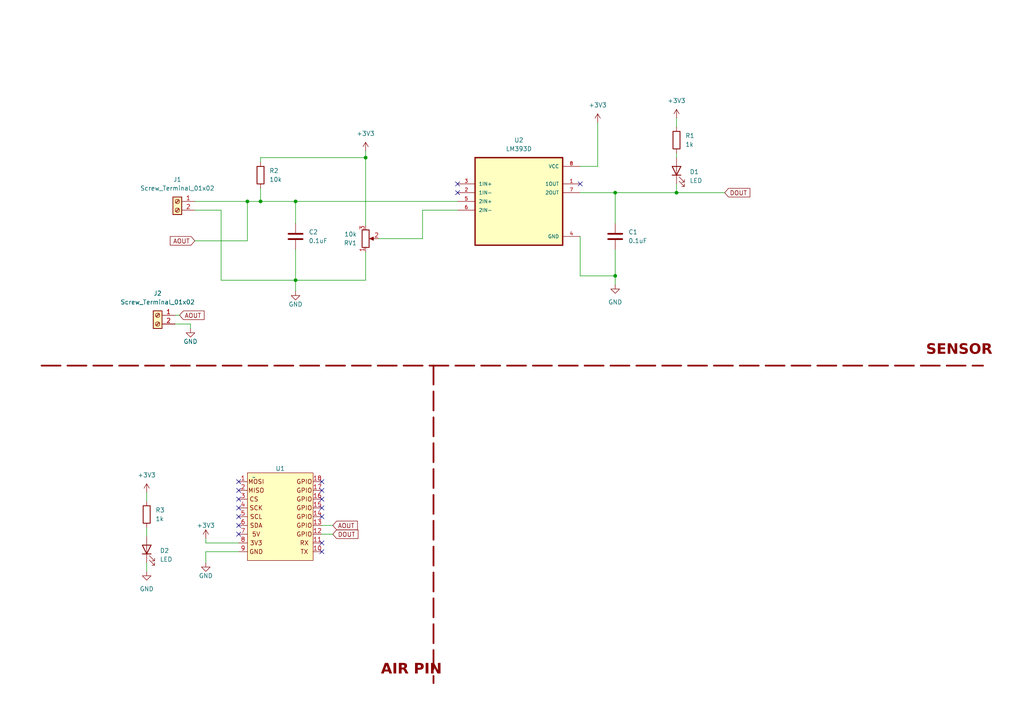
<source format=kicad_sch>
(kicad_sch (version 20230121) (generator eeschema)

  (uuid 1c686652-f36b-407c-92e0-a18882bb32d2)

  (paper "A4")

  (lib_symbols
    (symbol "Connector:Screw_Terminal_01x02" (pin_names (offset 1.016) hide) (in_bom yes) (on_board yes)
      (property "Reference" "J" (at 0 2.54 0)
        (effects (font (size 1.27 1.27)))
      )
      (property "Value" "Screw_Terminal_01x02" (at 0 -5.08 0)
        (effects (font (size 1.27 1.27)))
      )
      (property "Footprint" "" (at 0 0 0)
        (effects (font (size 1.27 1.27)) hide)
      )
      (property "Datasheet" "~" (at 0 0 0)
        (effects (font (size 1.27 1.27)) hide)
      )
      (property "ki_keywords" "screw terminal" (at 0 0 0)
        (effects (font (size 1.27 1.27)) hide)
      )
      (property "ki_description" "Generic screw terminal, single row, 01x02, script generated (kicad-library-utils/schlib/autogen/connector/)" (at 0 0 0)
        (effects (font (size 1.27 1.27)) hide)
      )
      (property "ki_fp_filters" "TerminalBlock*:*" (at 0 0 0)
        (effects (font (size 1.27 1.27)) hide)
      )
      (symbol "Screw_Terminal_01x02_1_1"
        (rectangle (start -1.27 1.27) (end 1.27 -3.81)
          (stroke (width 0.254) (type default))
          (fill (type background))
        )
        (circle (center 0 -2.54) (radius 0.635)
          (stroke (width 0.1524) (type default))
          (fill (type none))
        )
        (polyline
          (pts
            (xy -0.5334 -2.2098)
            (xy 0.3302 -3.048)
          )
          (stroke (width 0.1524) (type default))
          (fill (type none))
        )
        (polyline
          (pts
            (xy -0.5334 0.3302)
            (xy 0.3302 -0.508)
          )
          (stroke (width 0.1524) (type default))
          (fill (type none))
        )
        (polyline
          (pts
            (xy -0.3556 -2.032)
            (xy 0.508 -2.8702)
          )
          (stroke (width 0.1524) (type default))
          (fill (type none))
        )
        (polyline
          (pts
            (xy -0.3556 0.508)
            (xy 0.508 -0.3302)
          )
          (stroke (width 0.1524) (type default))
          (fill (type none))
        )
        (circle (center 0 0) (radius 0.635)
          (stroke (width 0.1524) (type default))
          (fill (type none))
        )
        (pin passive line (at -5.08 0 0) (length 3.81)
          (name "Pin_1" (effects (font (size 1.27 1.27))))
          (number "1" (effects (font (size 1.27 1.27))))
        )
        (pin passive line (at -5.08 -2.54 0) (length 3.81)
          (name "Pin_2" (effects (font (size 1.27 1.27))))
          (number "2" (effects (font (size 1.27 1.27))))
        )
      )
    )
    (symbol "Device:C" (pin_numbers hide) (pin_names (offset 0.254)) (in_bom yes) (on_board yes)
      (property "Reference" "C" (at 0.635 2.54 0)
        (effects (font (size 1.27 1.27)) (justify left))
      )
      (property "Value" "C" (at 0.635 -2.54 0)
        (effects (font (size 1.27 1.27)) (justify left))
      )
      (property "Footprint" "" (at 0.9652 -3.81 0)
        (effects (font (size 1.27 1.27)) hide)
      )
      (property "Datasheet" "~" (at 0 0 0)
        (effects (font (size 1.27 1.27)) hide)
      )
      (property "ki_keywords" "cap capacitor" (at 0 0 0)
        (effects (font (size 1.27 1.27)) hide)
      )
      (property "ki_description" "Unpolarized capacitor" (at 0 0 0)
        (effects (font (size 1.27 1.27)) hide)
      )
      (property "ki_fp_filters" "C_*" (at 0 0 0)
        (effects (font (size 1.27 1.27)) hide)
      )
      (symbol "C_0_1"
        (polyline
          (pts
            (xy -2.032 -0.762)
            (xy 2.032 -0.762)
          )
          (stroke (width 0.508) (type default))
          (fill (type none))
        )
        (polyline
          (pts
            (xy -2.032 0.762)
            (xy 2.032 0.762)
          )
          (stroke (width 0.508) (type default))
          (fill (type none))
        )
      )
      (symbol "C_1_1"
        (pin passive line (at 0 3.81 270) (length 2.794)
          (name "~" (effects (font (size 1.27 1.27))))
          (number "1" (effects (font (size 1.27 1.27))))
        )
        (pin passive line (at 0 -3.81 90) (length 2.794)
          (name "~" (effects (font (size 1.27 1.27))))
          (number "2" (effects (font (size 1.27 1.27))))
        )
      )
    )
    (symbol "Device:LED" (pin_numbers hide) (pin_names (offset 1.016) hide) (in_bom yes) (on_board yes)
      (property "Reference" "D" (at 0 2.54 0)
        (effects (font (size 1.27 1.27)))
      )
      (property "Value" "LED" (at 0 -2.54 0)
        (effects (font (size 1.27 1.27)))
      )
      (property "Footprint" "" (at 0 0 0)
        (effects (font (size 1.27 1.27)) hide)
      )
      (property "Datasheet" "~" (at 0 0 0)
        (effects (font (size 1.27 1.27)) hide)
      )
      (property "ki_keywords" "LED diode" (at 0 0 0)
        (effects (font (size 1.27 1.27)) hide)
      )
      (property "ki_description" "Light emitting diode" (at 0 0 0)
        (effects (font (size 1.27 1.27)) hide)
      )
      (property "ki_fp_filters" "LED* LED_SMD:* LED_THT:*" (at 0 0 0)
        (effects (font (size 1.27 1.27)) hide)
      )
      (symbol "LED_0_1"
        (polyline
          (pts
            (xy -1.27 -1.27)
            (xy -1.27 1.27)
          )
          (stroke (width 0.254) (type default))
          (fill (type none))
        )
        (polyline
          (pts
            (xy -1.27 0)
            (xy 1.27 0)
          )
          (stroke (width 0) (type default))
          (fill (type none))
        )
        (polyline
          (pts
            (xy 1.27 -1.27)
            (xy 1.27 1.27)
            (xy -1.27 0)
            (xy 1.27 -1.27)
          )
          (stroke (width 0.254) (type default))
          (fill (type none))
        )
        (polyline
          (pts
            (xy -3.048 -0.762)
            (xy -4.572 -2.286)
            (xy -3.81 -2.286)
            (xy -4.572 -2.286)
            (xy -4.572 -1.524)
          )
          (stroke (width 0) (type default))
          (fill (type none))
        )
        (polyline
          (pts
            (xy -1.778 -0.762)
            (xy -3.302 -2.286)
            (xy -2.54 -2.286)
            (xy -3.302 -2.286)
            (xy -3.302 -1.524)
          )
          (stroke (width 0) (type default))
          (fill (type none))
        )
      )
      (symbol "LED_1_1"
        (pin passive line (at -3.81 0 0) (length 2.54)
          (name "K" (effects (font (size 1.27 1.27))))
          (number "1" (effects (font (size 1.27 1.27))))
        )
        (pin passive line (at 3.81 0 180) (length 2.54)
          (name "A" (effects (font (size 1.27 1.27))))
          (number "2" (effects (font (size 1.27 1.27))))
        )
      )
    )
    (symbol "Device:R" (pin_numbers hide) (pin_names (offset 0)) (in_bom yes) (on_board yes)
      (property "Reference" "R" (at 2.032 0 90)
        (effects (font (size 1.27 1.27)))
      )
      (property "Value" "R" (at 0 0 90)
        (effects (font (size 1.27 1.27)))
      )
      (property "Footprint" "" (at -1.778 0 90)
        (effects (font (size 1.27 1.27)) hide)
      )
      (property "Datasheet" "~" (at 0 0 0)
        (effects (font (size 1.27 1.27)) hide)
      )
      (property "ki_keywords" "R res resistor" (at 0 0 0)
        (effects (font (size 1.27 1.27)) hide)
      )
      (property "ki_description" "Resistor" (at 0 0 0)
        (effects (font (size 1.27 1.27)) hide)
      )
      (property "ki_fp_filters" "R_*" (at 0 0 0)
        (effects (font (size 1.27 1.27)) hide)
      )
      (symbol "R_0_1"
        (rectangle (start -1.016 -2.54) (end 1.016 2.54)
          (stroke (width 0.254) (type default))
          (fill (type none))
        )
      )
      (symbol "R_1_1"
        (pin passive line (at 0 3.81 270) (length 1.27)
          (name "~" (effects (font (size 1.27 1.27))))
          (number "1" (effects (font (size 1.27 1.27))))
        )
        (pin passive line (at 0 -3.81 90) (length 1.27)
          (name "~" (effects (font (size 1.27 1.27))))
          (number "2" (effects (font (size 1.27 1.27))))
        )
      )
    )
    (symbol "Device:R_Potentiometer" (pin_names (offset 1.016) hide) (in_bom yes) (on_board yes)
      (property "Reference" "RV" (at -4.445 0 90)
        (effects (font (size 1.27 1.27)))
      )
      (property "Value" "R_Potentiometer" (at -2.54 0 90)
        (effects (font (size 1.27 1.27)))
      )
      (property "Footprint" "" (at 0 0 0)
        (effects (font (size 1.27 1.27)) hide)
      )
      (property "Datasheet" "~" (at 0 0 0)
        (effects (font (size 1.27 1.27)) hide)
      )
      (property "ki_keywords" "resistor variable" (at 0 0 0)
        (effects (font (size 1.27 1.27)) hide)
      )
      (property "ki_description" "Potentiometer" (at 0 0 0)
        (effects (font (size 1.27 1.27)) hide)
      )
      (property "ki_fp_filters" "Potentiometer*" (at 0 0 0)
        (effects (font (size 1.27 1.27)) hide)
      )
      (symbol "R_Potentiometer_0_1"
        (polyline
          (pts
            (xy 2.54 0)
            (xy 1.524 0)
          )
          (stroke (width 0) (type default))
          (fill (type none))
        )
        (polyline
          (pts
            (xy 1.143 0)
            (xy 2.286 0.508)
            (xy 2.286 -0.508)
            (xy 1.143 0)
          )
          (stroke (width 0) (type default))
          (fill (type outline))
        )
        (rectangle (start 1.016 2.54) (end -1.016 -2.54)
          (stroke (width 0.254) (type default))
          (fill (type none))
        )
      )
      (symbol "R_Potentiometer_1_1"
        (pin passive line (at 0 3.81 270) (length 1.27)
          (name "1" (effects (font (size 1.27 1.27))))
          (number "1" (effects (font (size 1.27 1.27))))
        )
        (pin passive line (at 3.81 0 180) (length 1.27)
          (name "2" (effects (font (size 1.27 1.27))))
          (number "2" (effects (font (size 1.27 1.27))))
        )
        (pin passive line (at 0 -3.81 90) (length 1.27)
          (name "3" (effects (font (size 1.27 1.27))))
          (number "3" (effects (font (size 1.27 1.27))))
        )
      )
    )
    (symbol "LM393D:LM393D" (pin_names (offset 1.016)) (in_bom yes) (on_board yes)
      (property "Reference" "U" (at -12.7 13.7 0)
        (effects (font (size 1.27 1.27)) (justify left bottom))
      )
      (property "Value" "LM393D" (at -12.7 -16.7 0)
        (effects (font (size 1.27 1.27)) (justify left bottom))
      )
      (property "Footprint" "SOIC127P599X175-8N" (at 0 0 0)
        (effects (font (size 1.27 1.27)) (justify bottom) hide)
      )
      (property "Datasheet" "" (at 0 0 0)
        (effects (font (size 1.27 1.27)) hide)
      )
      (symbol "LM393D_0_0"
        (rectangle (start -12.7 -12.7) (end 12.7 12.7)
          (stroke (width 0.41) (type default))
          (fill (type background))
        )
        (pin output line (at 17.78 5.08 180) (length 5.08)
          (name "1OUT" (effects (font (size 1.016 1.016))))
          (number "1" (effects (font (size 1.016 1.016))))
        )
        (pin input line (at -17.78 2.54 0) (length 5.08)
          (name "1IN-" (effects (font (size 1.016 1.016))))
          (number "2" (effects (font (size 1.016 1.016))))
        )
        (pin input line (at -17.78 5.08 0) (length 5.08)
          (name "1IN+" (effects (font (size 1.016 1.016))))
          (number "3" (effects (font (size 1.016 1.016))))
        )
        (pin power_in line (at 17.78 -10.16 180) (length 5.08)
          (name "GND" (effects (font (size 1.016 1.016))))
          (number "4" (effects (font (size 1.016 1.016))))
        )
        (pin input line (at -17.78 0 0) (length 5.08)
          (name "2IN+" (effects (font (size 1.016 1.016))))
          (number "5" (effects (font (size 1.016 1.016))))
        )
        (pin input line (at -17.78 -2.54 0) (length 5.08)
          (name "2IN-" (effects (font (size 1.016 1.016))))
          (number "6" (effects (font (size 1.016 1.016))))
        )
        (pin output line (at 17.78 2.54 180) (length 5.08)
          (name "2OUT" (effects (font (size 1.016 1.016))))
          (number "7" (effects (font (size 1.016 1.016))))
        )
        (pin power_in line (at 17.78 10.16 180) (length 5.08)
          (name "VCC" (effects (font (size 1.016 1.016))))
          (number "8" (effects (font (size 1.016 1.016))))
        )
      )
    )
    (symbol "moduler_pin:air" (in_bom yes) (on_board yes)
      (property "Reference" "U" (at 7.62 2.54 0)
        (effects (font (size 1.27 1.27)))
      )
      (property "Value" "" (at 0 0 0)
        (effects (font (size 1.27 1.27)))
      )
      (property "Footprint" "" (at 0 0 0)
        (effects (font (size 1.27 1.27)) hide)
      )
      (property "Datasheet" "" (at 0 0 0)
        (effects (font (size 1.27 1.27)) hide)
      )
      (symbol "air_1_1"
        (rectangle (start -1.905 1.27) (end 17.145 -24.13)
          (stroke (width 0) (type default))
          (fill (type background))
        )
        (text "3V3" (at 0.635 -19.05 0)
          (effects (font (size 1.27 1.27)))
        )
        (text "5V" (at 0.635 -16.51 0)
          (effects (font (size 1.27 1.27)))
        )
        (text "CS" (at 0 -6.35 0)
          (effects (font (size 1.27 1.27)))
        )
        (text "GND" (at 0.635 -21.59 0)
          (effects (font (size 1.27 1.27)))
        )
        (text "GPIO" (at 14.605 -16.51 0)
          (effects (font (size 1.27 1.27)))
        )
        (text "GPIO" (at 14.605 -13.97 0)
          (effects (font (size 1.27 1.27)))
        )
        (text "GPIO" (at 14.605 -11.43 0)
          (effects (font (size 1.27 1.27)))
        )
        (text "GPIO" (at 14.605 -8.89 0)
          (effects (font (size 1.27 1.27)))
        )
        (text "GPIO" (at 14.605 -6.35 0)
          (effects (font (size 1.27 1.27)))
        )
        (text "GPIO" (at 14.605 -3.81 0)
          (effects (font (size 1.27 1.27)))
        )
        (text "GPIO" (at 14.605 -1.27 0)
          (effects (font (size 1.27 1.27)))
        )
        (text "MISO" (at 0.635 -3.81 0)
          (effects (font (size 1.27 1.27)))
        )
        (text "MOSI" (at 0.635 -1.27 0)
          (effects (font (size 1.27 1.27)))
        )
        (text "RX" (at 14.605 -19.05 0)
          (effects (font (size 1.27 1.27)))
        )
        (text "SCK" (at 0.635 -8.89 0)
          (effects (font (size 1.27 1.27)))
        )
        (text "SCL" (at 0.635 -11.43 0)
          (effects (font (size 1.27 1.27)))
        )
        (text "SDA" (at 0.635 -13.97 0)
          (effects (font (size 1.27 1.27)))
        )
        (text "TX" (at 14.605 -21.59 0)
          (effects (font (size 1.27 1.27)))
        )
        (pin input line (at -4.445 -1.27 0) (length 2.54)
          (name "" (effects (font (size 1.27 1.27))))
          (number "1" (effects (font (size 1.27 1.27))))
        )
        (pin input line (at 19.685 -21.59 180) (length 2.54)
          (name "" (effects (font (size 1.27 1.27))))
          (number "10" (effects (font (size 1.27 1.27))))
        )
        (pin input line (at 19.685 -19.05 180) (length 2.54)
          (name "" (effects (font (size 1.27 1.27))))
          (number "11" (effects (font (size 1.27 1.27))))
        )
        (pin input line (at 19.685 -16.51 180) (length 2.54)
          (name "" (effects (font (size 1.27 1.27))))
          (number "12" (effects (font (size 1.27 1.27))))
        )
        (pin input line (at 19.685 -13.97 180) (length 2.54)
          (name "" (effects (font (size 1.27 1.27))))
          (number "13" (effects (font (size 1.27 1.27))))
        )
        (pin input line (at 19.685 -11.43 180) (length 2.54)
          (name "" (effects (font (size 1.27 1.27))))
          (number "14" (effects (font (size 1.27 1.27))))
        )
        (pin input line (at 19.685 -8.89 180) (length 2.54)
          (name "" (effects (font (size 1.27 1.27))))
          (number "15" (effects (font (size 1.27 1.27))))
        )
        (pin input line (at 19.685 -6.35 180) (length 2.54)
          (name "" (effects (font (size 1.27 1.27))))
          (number "16" (effects (font (size 1.27 1.27))))
        )
        (pin input line (at 19.685 -3.81 180) (length 2.54)
          (name "" (effects (font (size 1.27 1.27))))
          (number "17" (effects (font (size 1.27 1.27))))
        )
        (pin input line (at 19.685 -1.27 180) (length 2.54)
          (name "" (effects (font (size 1.27 1.27))))
          (number "18" (effects (font (size 1.27 1.27))))
        )
        (pin input line (at -4.445 -3.81 0) (length 2.54)
          (name "" (effects (font (size 1.27 1.27))))
          (number "2" (effects (font (size 1.27 1.27))))
        )
        (pin input line (at -4.445 -6.35 0) (length 2.54)
          (name "" (effects (font (size 1.27 1.27))))
          (number "3" (effects (font (size 1.27 1.27))))
        )
        (pin input line (at -4.445 -8.89 0) (length 2.54)
          (name "" (effects (font (size 1.27 1.27))))
          (number "4" (effects (font (size 1.27 1.27))))
        )
        (pin input line (at -4.445 -11.43 0) (length 2.54)
          (name "" (effects (font (size 1.27 1.27))))
          (number "5" (effects (font (size 1.27 1.27))))
        )
        (pin input line (at -4.445 -13.97 0) (length 2.54)
          (name "" (effects (font (size 1.27 1.27))))
          (number "6" (effects (font (size 1.27 1.27))))
        )
        (pin input line (at -4.445 -16.51 0) (length 2.54)
          (name "" (effects (font (size 1.27 1.27))))
          (number "7" (effects (font (size 1.27 1.27))))
        )
        (pin input line (at -4.445 -19.05 0) (length 2.54)
          (name "" (effects (font (size 1.27 1.27))))
          (number "8" (effects (font (size 1.27 1.27))))
        )
        (pin input line (at -4.445 -21.59 0) (length 2.54)
          (name "" (effects (font (size 1.27 1.27))))
          (number "9" (effects (font (size 1.27 1.27))))
        )
      )
    )
    (symbol "power:+3V3" (power) (pin_names (offset 0)) (in_bom yes) (on_board yes)
      (property "Reference" "#PWR" (at 0 -3.81 0)
        (effects (font (size 1.27 1.27)) hide)
      )
      (property "Value" "+3V3" (at 0 3.556 0)
        (effects (font (size 1.27 1.27)))
      )
      (property "Footprint" "" (at 0 0 0)
        (effects (font (size 1.27 1.27)) hide)
      )
      (property "Datasheet" "" (at 0 0 0)
        (effects (font (size 1.27 1.27)) hide)
      )
      (property "ki_keywords" "global power" (at 0 0 0)
        (effects (font (size 1.27 1.27)) hide)
      )
      (property "ki_description" "Power symbol creates a global label with name \"+3V3\"" (at 0 0 0)
        (effects (font (size 1.27 1.27)) hide)
      )
      (symbol "+3V3_0_1"
        (polyline
          (pts
            (xy -0.762 1.27)
            (xy 0 2.54)
          )
          (stroke (width 0) (type default))
          (fill (type none))
        )
        (polyline
          (pts
            (xy 0 0)
            (xy 0 2.54)
          )
          (stroke (width 0) (type default))
          (fill (type none))
        )
        (polyline
          (pts
            (xy 0 2.54)
            (xy 0.762 1.27)
          )
          (stroke (width 0) (type default))
          (fill (type none))
        )
      )
      (symbol "+3V3_1_1"
        (pin power_in line (at 0 0 90) (length 0) hide
          (name "+3V3" (effects (font (size 1.27 1.27))))
          (number "1" (effects (font (size 1.27 1.27))))
        )
      )
    )
    (symbol "power:GND" (power) (pin_names (offset 0)) (in_bom yes) (on_board yes)
      (property "Reference" "#PWR" (at 0 -6.35 0)
        (effects (font (size 1.27 1.27)) hide)
      )
      (property "Value" "GND" (at 0 -3.81 0)
        (effects (font (size 1.27 1.27)))
      )
      (property "Footprint" "" (at 0 0 0)
        (effects (font (size 1.27 1.27)) hide)
      )
      (property "Datasheet" "" (at 0 0 0)
        (effects (font (size 1.27 1.27)) hide)
      )
      (property "ki_keywords" "global power" (at 0 0 0)
        (effects (font (size 1.27 1.27)) hide)
      )
      (property "ki_description" "Power symbol creates a global label with name \"GND\" , ground" (at 0 0 0)
        (effects (font (size 1.27 1.27)) hide)
      )
      (symbol "GND_0_1"
        (polyline
          (pts
            (xy 0 0)
            (xy 0 -1.27)
            (xy 1.27 -1.27)
            (xy 0 -2.54)
            (xy -1.27 -1.27)
            (xy 0 -1.27)
          )
          (stroke (width 0) (type default))
          (fill (type none))
        )
      )
      (symbol "GND_1_1"
        (pin power_in line (at 0 0 270) (length 0) hide
          (name "GND" (effects (font (size 1.27 1.27))))
          (number "1" (effects (font (size 1.27 1.27))))
        )
      )
    )
  )

  (junction (at 178.435 80.01) (diameter 0) (color 0 0 0 0)
    (uuid 2db1480b-09b6-4821-808f-46b9628d7ba5)
  )
  (junction (at 71.755 58.42) (diameter 0) (color 0 0 0 0)
    (uuid 4a790fbb-743d-41f8-ac0c-1421c9928276)
  )
  (junction (at 85.725 81.28) (diameter 0) (color 0 0 0 0)
    (uuid 6007ac8f-7b6a-4b2b-9de4-5711a006d332)
  )
  (junction (at 196.215 55.88) (diameter 0) (color 0 0 0 0)
    (uuid 8a2dfcf7-306a-4886-bdac-bef579806f7f)
  )
  (junction (at 106.045 45.72) (diameter 0) (color 0 0 0 0)
    (uuid 8e44b6dc-f4f8-4a63-ba44-c9e1df20adcb)
  )
  (junction (at 85.725 58.42) (diameter 0) (color 0 0 0 0)
    (uuid d57ee387-a84c-4bb8-8fca-3cde35f825e2)
  )
  (junction (at 75.565 58.42) (diameter 0) (color 0 0 0 0)
    (uuid d69425d3-4676-4027-8341-8379595f8fff)
  )
  (junction (at 178.435 55.88) (diameter 0) (color 0 0 0 0)
    (uuid de4f5c41-f1ca-45bd-8d20-16e5e07aae9d)
  )

  (no_connect (at 69.215 152.4) (uuid 17a20da4-e751-4796-b751-b5d6e3124aa3))
  (no_connect (at 93.345 157.48) (uuid 26d37dfa-d201-4ead-8164-860762c54af3))
  (no_connect (at 132.715 55.88) (uuid 29787c3e-e000-4fc7-9ddb-be8cad789130))
  (no_connect (at 93.345 147.32) (uuid 45c2ce20-16d7-4d8e-87c5-4eab632b45d5))
  (no_connect (at 69.215 144.78) (uuid 4d65a8f3-7af8-467c-ba40-a18e77f274c4))
  (no_connect (at 69.215 154.94) (uuid 4e0cea40-8836-45a5-a19f-b6cea76aab9b))
  (no_connect (at 69.215 142.24) (uuid 50380084-bb8f-47b8-b8c9-b0fb9ccb38cc))
  (no_connect (at 69.215 149.86) (uuid 5268ec55-56de-491b-a3d7-f2de3bcfb8ee))
  (no_connect (at 69.215 139.7) (uuid 5e8b391d-5e6a-414e-b018-51f1a03775d4))
  (no_connect (at 93.345 149.86) (uuid 6e70c24b-be8e-4fad-bccd-80b7542d7b47))
  (no_connect (at 168.275 53.34) (uuid 7af301a4-cc8d-4632-90b1-1252f01ca6e3))
  (no_connect (at 93.345 139.7) (uuid 90ec0e82-bfbb-42ce-b1b0-406c61d91666))
  (no_connect (at 132.715 53.34) (uuid 97a504fc-a2ee-41d3-aab1-6de89ca63ede))
  (no_connect (at 93.345 142.24) (uuid 9d2a25b6-491d-4de4-adf1-89f8b1d5f23d))
  (no_connect (at 69.215 147.32) (uuid a29788d8-9044-4f82-9986-dce9263c2ffd))
  (no_connect (at 93.345 144.78) (uuid b47bd483-44d9-4c68-8a95-a735fe609473))
  (no_connect (at 93.345 160.02) (uuid c33a9298-9ab1-42ee-9592-4c247f143c6f))

  (wire (pts (xy 75.565 45.72) (xy 106.045 45.72))
    (stroke (width 0) (type default))
    (uuid 00a64c1e-22f4-47d1-9ea0-b7bf82fda7e1)
  )
  (wire (pts (xy 122.555 69.215) (xy 109.855 69.215))
    (stroke (width 0) (type default))
    (uuid 0323f602-c3c7-4ef9-8476-4d55c7fda9a1)
  )
  (wire (pts (xy 64.135 81.28) (xy 85.725 81.28))
    (stroke (width 0) (type default))
    (uuid 035b3c59-926a-4931-8eca-ad681a91e093)
  )
  (wire (pts (xy 122.555 60.96) (xy 122.555 69.215))
    (stroke (width 0) (type default))
    (uuid 054f28c7-caa8-4296-9d01-3d85e0965107)
  )
  (wire (pts (xy 106.045 45.72) (xy 106.045 65.405))
    (stroke (width 0) (type default))
    (uuid 060a9587-d52e-4cd7-83a8-10f01406bfff)
  )
  (wire (pts (xy 59.69 156.21) (xy 59.69 157.48))
    (stroke (width 0) (type default))
    (uuid 0e6474c3-fe10-4831-9c1d-c4d3dbe6805e)
  )
  (polyline (pts (xy 12.065 106.045) (xy 285.115 106.045))
    (stroke (width 0.5) (type dash) (color 132 0 0 1))
    (uuid 0ff936ae-29d1-4fde-bffc-8e5c2b19760b)
  )

  (wire (pts (xy 85.725 72.39) (xy 85.725 81.28))
    (stroke (width 0) (type default))
    (uuid 141be909-9c8a-4cf4-bb24-5a43a520a75b)
  )
  (wire (pts (xy 56.515 58.42) (xy 71.755 58.42))
    (stroke (width 0) (type default))
    (uuid 208ba6d0-54ca-4a96-ad15-acff76f2085c)
  )
  (wire (pts (xy 71.755 58.42) (xy 75.565 58.42))
    (stroke (width 0) (type default))
    (uuid 261eb4a2-22fd-441a-b3e2-a8c727d7c215)
  )
  (wire (pts (xy 59.69 163.195) (xy 59.69 160.02))
    (stroke (width 0) (type default))
    (uuid 42f8f005-d5a3-4671-9fb2-5b39cf86b9e6)
  )
  (wire (pts (xy 196.215 34.29) (xy 196.215 36.83))
    (stroke (width 0) (type default))
    (uuid 464dd3e3-ceef-4531-8923-d357768cf890)
  )
  (wire (pts (xy 178.435 55.88) (xy 178.435 64.77))
    (stroke (width 0) (type default))
    (uuid 47ae6277-f79f-489f-8563-42d53a782693)
  )
  (wire (pts (xy 56.515 60.96) (xy 64.135 60.96))
    (stroke (width 0) (type default))
    (uuid 48d6b9be-b125-4912-a93d-50c50e8f9f03)
  )
  (wire (pts (xy 55.245 95.25) (xy 55.245 93.98))
    (stroke (width 0) (type default))
    (uuid 48e4b60b-915a-4666-aac2-2b81e48a9435)
  )
  (wire (pts (xy 168.275 68.58) (xy 168.275 80.01))
    (stroke (width 0) (type default))
    (uuid 4bcb2b31-8bd8-4f59-9f15-598e48f42fa7)
  )
  (wire (pts (xy 42.545 142.875) (xy 42.545 145.415))
    (stroke (width 0) (type default))
    (uuid 4dd73530-b4c3-4c10-b4f5-1b5df5799c06)
  )
  (wire (pts (xy 55.245 93.98) (xy 50.8 93.98))
    (stroke (width 0) (type default))
    (uuid 5095e7e0-b05a-46d4-a97e-8578f56266b7)
  )
  (wire (pts (xy 75.565 58.42) (xy 75.565 54.61))
    (stroke (width 0) (type default))
    (uuid 5145bfbe-0fc5-42ca-8f23-c1198d121643)
  )
  (wire (pts (xy 85.725 64.77) (xy 85.725 58.42))
    (stroke (width 0) (type default))
    (uuid 5190940f-4815-41fa-b874-973369a82071)
  )
  (wire (pts (xy 96.52 152.4) (xy 93.345 152.4))
    (stroke (width 0) (type default))
    (uuid 58459dac-0085-4461-b5fb-a4717f42c8bd)
  )
  (wire (pts (xy 168.275 55.88) (xy 178.435 55.88))
    (stroke (width 0) (type default))
    (uuid 58e21ca6-3d9c-48fe-98e1-d1fcd1c37388)
  )
  (wire (pts (xy 173.355 48.26) (xy 168.275 48.26))
    (stroke (width 0) (type default))
    (uuid 6bc30f22-0206-4f65-b08e-7197b15c0802)
  )
  (wire (pts (xy 52.07 91.44) (xy 50.8 91.44))
    (stroke (width 0) (type default))
    (uuid 6f9f23f9-7fc4-4517-a8da-42ecb815c5ba)
  )
  (wire (pts (xy 85.725 84.455) (xy 85.725 81.28))
    (stroke (width 0) (type default))
    (uuid 83ea996a-4f1d-4ca0-be5f-1a9e790c9907)
  )
  (wire (pts (xy 59.69 160.02) (xy 69.215 160.02))
    (stroke (width 0) (type default))
    (uuid 891d428d-cb41-4199-9f4e-3f9bda0ea8f6)
  )
  (wire (pts (xy 132.715 60.96) (xy 122.555 60.96))
    (stroke (width 0) (type default))
    (uuid 95cf5019-0cbc-4626-a840-2af9c267bf35)
  )
  (wire (pts (xy 106.045 73.025) (xy 106.045 81.28))
    (stroke (width 0) (type default))
    (uuid 97679d58-0965-4527-9f50-7892f81126b1)
  )
  (wire (pts (xy 178.435 55.88) (xy 196.215 55.88))
    (stroke (width 0) (type default))
    (uuid 98331b10-ed27-4ba9-a5be-6502d5bb6d75)
  )
  (wire (pts (xy 196.215 53.34) (xy 196.215 55.88))
    (stroke (width 0) (type default))
    (uuid 9babb080-4c25-4b33-8711-e1627e0876f6)
  )
  (wire (pts (xy 168.275 80.01) (xy 178.435 80.01))
    (stroke (width 0) (type default))
    (uuid a0d22422-254f-4ce9-9d42-6ca8a8d298fd)
  )
  (wire (pts (xy 196.215 55.88) (xy 210.185 55.88))
    (stroke (width 0) (type default))
    (uuid ae6108e8-3507-4924-8775-f69553e2da9a)
  )
  (wire (pts (xy 196.215 44.45) (xy 196.215 45.72))
    (stroke (width 0) (type default))
    (uuid ae643514-b3ac-4a80-8cd7-92a9fcfa7461)
  )
  (wire (pts (xy 59.69 157.48) (xy 69.215 157.48))
    (stroke (width 0) (type default))
    (uuid b395a5bb-07e8-4073-bd65-55be4e42c7d9)
  )
  (wire (pts (xy 71.755 69.85) (xy 56.515 69.85))
    (stroke (width 0) (type default))
    (uuid b84ef61c-0ea4-4fac-8dfa-08b5d42379ae)
  )
  (wire (pts (xy 75.565 45.72) (xy 75.565 46.99))
    (stroke (width 0) (type default))
    (uuid c0c7bc8f-c5e9-4d09-a254-7bf797e203dc)
  )
  (wire (pts (xy 178.435 72.39) (xy 178.435 80.01))
    (stroke (width 0) (type default))
    (uuid c850ce22-dc9b-49e4-9d00-c8bb3ff5425f)
  )
  (wire (pts (xy 64.135 60.96) (xy 64.135 81.28))
    (stroke (width 0) (type default))
    (uuid c9503a74-8752-4e89-b522-de4dcff28c52)
  )
  (wire (pts (xy 42.545 153.035) (xy 42.545 155.575))
    (stroke (width 0) (type default))
    (uuid ca4a7e05-a21d-4643-95f4-3669397a50e8)
  )
  (wire (pts (xy 85.725 58.42) (xy 132.715 58.42))
    (stroke (width 0) (type default))
    (uuid cdce902f-238e-4079-a580-81437047bdf0)
  )
  (wire (pts (xy 71.755 58.42) (xy 71.755 69.85))
    (stroke (width 0) (type default))
    (uuid d932051b-e17c-42f1-ba29-14400d9e8bb4)
  )
  (wire (pts (xy 173.355 35.56) (xy 173.355 48.26))
    (stroke (width 0) (type default))
    (uuid e0fc0eb5-2418-4492-a9f7-fedae84e74dc)
  )
  (wire (pts (xy 75.565 58.42) (xy 85.725 58.42))
    (stroke (width 0) (type default))
    (uuid e1d32735-2d2d-4f95-af74-cd17e9397f68)
  )
  (wire (pts (xy 178.435 80.01) (xy 178.435 82.55))
    (stroke (width 0) (type default))
    (uuid e9eb5747-1ead-4ab7-8226-6efbeb3da7c2)
  )
  (wire (pts (xy 42.545 165.735) (xy 42.545 163.195))
    (stroke (width 0) (type default))
    (uuid f3f65643-220f-49f7-b6ab-8fb0cfc4873a)
  )
  (wire (pts (xy 106.045 43.815) (xy 106.045 45.72))
    (stroke (width 0) (type default))
    (uuid f447cb8c-fc8b-4f22-9e34-c13bf4d1930a)
  )
  (wire (pts (xy 96.52 154.94) (xy 93.345 154.94))
    (stroke (width 0) (type default))
    (uuid f79c2d2d-c26b-43b9-9497-e3d73985095a)
  )
  (wire (pts (xy 85.725 81.28) (xy 106.045 81.28))
    (stroke (width 0) (type default))
    (uuid fe1b7c7b-91f7-4405-9ff0-cb17cf10000b)
  )
  (polyline (pts (xy 125.73 106.045) (xy 125.73 198.12))
    (stroke (width 0.5) (type dash) (color 132 0 0 1))
    (uuid fff48c40-ac8e-4182-a004-834669515a88)
  )

  (text "SENSOR\n" (at 268.605 104.14 0)
    (effects (font (face "Calibri") (size 3 3) (thickness 0.6) bold (color 132 0 0 1)) (justify left bottom))
    (uuid a6cd264a-469d-4ab1-bd0b-8ae540638806)
  )
  (text "AIR PIN" (at 110.49 196.85 0)
    (effects (font (face "Calibri") (size 3 3) (thickness 0.6) bold (color 132 0 0 1)) (justify left bottom))
    (uuid b631de3e-7b79-44a8-b9a3-45e2decb10a3)
  )

  (global_label "DOUT" (shape input) (at 210.185 55.88 0) (fields_autoplaced)
    (effects (font (size 1.27 1.27)) (justify left))
    (uuid 26c12185-64d4-40f3-a97e-6be64482cf24)
    (property "Intersheetrefs" "${INTERSHEET_REFS}" (at 218.0688 55.88 0)
      (effects (font (size 1.27 1.27)) (justify left) hide)
    )
  )
  (global_label "AOUT" (shape input) (at 52.07 91.44 0) (fields_autoplaced)
    (effects (font (size 1.27 1.27)) (justify left))
    (uuid 26e0753f-8fe5-4ed4-81ab-200dfe73544b)
    (property "Intersheetrefs" "${INTERSHEET_REFS}" (at 59.7724 91.44 0)
      (effects (font (size 1.27 1.27)) (justify left) hide)
    )
  )
  (global_label "AOUT" (shape input) (at 56.515 69.85 180) (fields_autoplaced)
    (effects (font (size 1.27 1.27)) (justify right))
    (uuid 59d0784c-1302-4021-a416-fa8936025a4b)
    (property "Intersheetrefs" "${INTERSHEET_REFS}" (at 48.8126 69.85 0)
      (effects (font (size 1.27 1.27)) (justify right) hide)
    )
  )
  (global_label "AOUT" (shape input) (at 96.52 152.4 0) (fields_autoplaced)
    (effects (font (size 1.27 1.27)) (justify left))
    (uuid 7be454fd-255a-4da6-b097-4f03ba298ed7)
    (property "Intersheetrefs" "${INTERSHEET_REFS}" (at 104.2224 152.4 0)
      (effects (font (size 1.27 1.27)) (justify left) hide)
    )
  )
  (global_label "DOUT" (shape input) (at 96.52 154.94 0) (fields_autoplaced)
    (effects (font (size 1.27 1.27)) (justify left))
    (uuid a00340e5-7569-4777-bb5b-052401e4425c)
    (property "Intersheetrefs" "${INTERSHEET_REFS}" (at 104.4038 154.94 0)
      (effects (font (size 1.27 1.27)) (justify left) hide)
    )
  )

  (symbol (lib_id "Device:LED") (at 42.545 159.385 90) (unit 1)
    (in_bom yes) (on_board yes) (dnp no) (fields_autoplaced)
    (uuid 16272da9-623f-404d-a214-6a7833bb7167)
    (property "Reference" "D2" (at 46.355 159.7025 90)
      (effects (font (size 1.27 1.27)) (justify right))
    )
    (property "Value" "LED" (at 46.355 162.2425 90)
      (effects (font (size 1.27 1.27)) (justify right))
    )
    (property "Footprint" "LED_SMD:LED_0805_2012Metric" (at 42.545 159.385 0)
      (effects (font (size 1.27 1.27)) hide)
    )
    (property "Datasheet" "~" (at 42.545 159.385 0)
      (effects (font (size 1.27 1.27)) hide)
    )
    (pin "1" (uuid b24462e4-852a-49bf-aec1-8a4650a6f8ac))
    (pin "2" (uuid 024f2af3-6b04-465a-9d19-98676bfe2fc2))
    (instances
      (project "0027_Rain_Detection_Module_LM393"
        (path "/1c686652-f36b-407c-92e0-a18882bb32d2"
          (reference "D2") (unit 1)
        )
      )
    )
  )

  (symbol (lib_id "power:GND") (at 178.435 82.55 0) (unit 1)
    (in_bom yes) (on_board yes) (dnp no) (fields_autoplaced)
    (uuid 1b412ade-bc29-440f-8262-18e8c6ae15f5)
    (property "Reference" "#PWR04" (at 178.435 88.9 0)
      (effects (font (size 1.27 1.27)) hide)
    )
    (property "Value" "GND" (at 178.435 87.63 0)
      (effects (font (size 1.27 1.27)))
    )
    (property "Footprint" "" (at 178.435 82.55 0)
      (effects (font (size 1.27 1.27)) hide)
    )
    (property "Datasheet" "" (at 178.435 82.55 0)
      (effects (font (size 1.27 1.27)) hide)
    )
    (pin "1" (uuid 518a24ea-a1be-4607-86aa-9c9d0b5afa06))
    (instances
      (project "0027_Rain_Detection_Module_LM393"
        (path "/1c686652-f36b-407c-92e0-a18882bb32d2"
          (reference "#PWR04") (unit 1)
        )
      )
    )
  )

  (symbol (lib_id "Device:C") (at 85.725 68.58 0) (unit 1)
    (in_bom yes) (on_board yes) (dnp no) (fields_autoplaced)
    (uuid 1b9e0aa6-59f8-4d9b-89f2-1071b122dcfb)
    (property "Reference" "C2" (at 89.535 67.31 0)
      (effects (font (size 1.27 1.27)) (justify left))
    )
    (property "Value" "0.1uF" (at 89.535 69.85 0)
      (effects (font (size 1.27 1.27)) (justify left))
    )
    (property "Footprint" "Capacitor_SMD:C_0805_2012Metric" (at 86.6902 72.39 0)
      (effects (font (size 1.27 1.27)) hide)
    )
    (property "Datasheet" "~" (at 85.725 68.58 0)
      (effects (font (size 1.27 1.27)) hide)
    )
    (pin "1" (uuid 22f3a5c9-b871-4fe8-878a-f87702c98582))
    (pin "2" (uuid d4feb764-915c-41ca-a045-19c933e2e077))
    (instances
      (project "0027_Rain_Detection_Module_LM393"
        (path "/1c686652-f36b-407c-92e0-a18882bb32d2"
          (reference "C2") (unit 1)
        )
      )
    )
  )

  (symbol (lib_id "moduler_pin:air") (at 73.66 138.43 0) (unit 1)
    (in_bom yes) (on_board yes) (dnp no)
    (uuid 21272fa8-55fd-4ecb-b746-0c776d74e18e)
    (property "Reference" "U1" (at 81.28 135.89 0)
      (effects (font (size 1.27 1.27)))
    )
    (property "Value" "~" (at 73.66 138.43 0)
      (effects (font (size 1.27 1.27)))
    )
    (property "Footprint" "Moduler_:pin_header" (at 73.66 138.43 0)
      (effects (font (size 1.27 1.27)) hide)
    )
    (property "Datasheet" "" (at 73.66 138.43 0)
      (effects (font (size 1.27 1.27)) hide)
    )
    (pin "1" (uuid bf8d247f-0e6c-4998-b752-eb4fd3fff0e4))
    (pin "10" (uuid 44b8b378-2fd0-4f9a-87f1-b17aa816e39a))
    (pin "11" (uuid 8a4a2fb5-f98f-4163-9167-dc2ea77f1650))
    (pin "12" (uuid a31471f6-f40f-4c3a-89ef-88b67547ff9a))
    (pin "13" (uuid 53e5c2ba-cc47-425b-bce4-9ec31f9172eb))
    (pin "14" (uuid 45c7b4e8-0015-41b2-8523-79d9b7a9e91a))
    (pin "15" (uuid 63ea39d3-e525-4321-8577-822ea218ea19))
    (pin "16" (uuid 406d12bb-33f9-4829-99a0-48a731b41eee))
    (pin "17" (uuid fca0dbd6-3715-4296-ad81-7aeca1e79162))
    (pin "18" (uuid 37e1961d-ef05-4750-a015-d104db8f50d2))
    (pin "2" (uuid 3b946df8-6e43-4873-bf2f-a60554989b08))
    (pin "3" (uuid 659b0724-9f06-42ce-9c02-68ecd2dded8d))
    (pin "4" (uuid 98c93f88-1f55-4998-8063-2fb904e2276c))
    (pin "5" (uuid cc0dc2c4-a307-476e-aadd-8d0355aaa479))
    (pin "6" (uuid 13bbde53-5d7e-44bd-8ab1-df5833415eb6))
    (pin "7" (uuid 4ab87356-c292-4ff2-9e47-3636837efb12))
    (pin "8" (uuid 3af6e845-163e-4c2e-bdd7-b0bc5b3969e3))
    (pin "9" (uuid 14f21376-e825-45f8-9e3f-bfbc5d77a6f1))
    (instances
      (project "0027_Rain_Detection_Module_LM393"
        (path "/1c686652-f36b-407c-92e0-a18882bb32d2"
          (reference "U1") (unit 1)
        )
      )
    )
  )

  (symbol (lib_id "Device:R_Potentiometer") (at 106.045 69.215 0) (mirror x) (unit 1)
    (in_bom yes) (on_board yes) (dnp no)
    (uuid 3cb613f9-d0d4-4253-b8af-ce386f2e2caa)
    (property "Reference" "RV1" (at 103.505 70.485 0)
      (effects (font (size 1.27 1.27)) (justify right))
    )
    (property "Value" "10k" (at 103.505 67.945 0)
      (effects (font (size 1.27 1.27)) (justify right))
    )
    (property "Footprint" "meminle:3362P_1" (at 106.045 69.215 0)
      (effects (font (size 1.27 1.27)) hide)
    )
    (property "Datasheet" "~" (at 106.045 69.215 0)
      (effects (font (size 1.27 1.27)) hide)
    )
    (pin "1" (uuid 77e32f16-4d01-47b2-b355-614fc8b169b9))
    (pin "2" (uuid f47f3e0d-c1ad-4223-9429-309c19fe16f2))
    (pin "3" (uuid 2db39550-40b4-415e-8815-57a1185b8a47))
    (instances
      (project "0027_Rain_Detection_Module_LM393"
        (path "/1c686652-f36b-407c-92e0-a18882bb32d2"
          (reference "RV1") (unit 1)
        )
      )
    )
  )

  (symbol (lib_id "Connector:Screw_Terminal_01x02") (at 45.72 91.44 0) (mirror y) (unit 1)
    (in_bom yes) (on_board yes) (dnp no) (fields_autoplaced)
    (uuid 415c82df-2068-4a62-8195-3877183a1702)
    (property "Reference" "J2" (at 45.72 85.09 0)
      (effects (font (size 1.27 1.27)))
    )
    (property "Value" "Screw_Terminal_01x02" (at 45.72 87.63 0)
      (effects (font (size 1.27 1.27)))
    )
    (property "Footprint" "Library:rain" (at 45.72 91.44 0)
      (effects (font (size 1.27 1.27)) hide)
    )
    (property "Datasheet" "~" (at 45.72 91.44 0)
      (effects (font (size 1.27 1.27)) hide)
    )
    (pin "1" (uuid 9f44260d-c876-417f-96ab-aa668b777cf7))
    (pin "2" (uuid bc3a3745-f9fa-43dc-a1f8-bfa386b367a6))
    (instances
      (project "0027_Rain_Detection_Module_LM393"
        (path "/1c686652-f36b-407c-92e0-a18882bb32d2"
          (reference "J2") (unit 1)
        )
      )
    )
  )

  (symbol (lib_id "Device:LED") (at 196.215 49.53 90) (unit 1)
    (in_bom yes) (on_board yes) (dnp no) (fields_autoplaced)
    (uuid 4f53c449-a889-46a1-be45-8248f2adfb70)
    (property "Reference" "D1" (at 200.025 49.8475 90)
      (effects (font (size 1.27 1.27)) (justify right))
    )
    (property "Value" "LED" (at 200.025 52.3875 90)
      (effects (font (size 1.27 1.27)) (justify right))
    )
    (property "Footprint" "LED_SMD:LED_0805_2012Metric" (at 196.215 49.53 0)
      (effects (font (size 1.27 1.27)) hide)
    )
    (property "Datasheet" "~" (at 196.215 49.53 0)
      (effects (font (size 1.27 1.27)) hide)
    )
    (pin "1" (uuid be299359-855c-4574-a0d6-b589b1f04e24))
    (pin "2" (uuid a9924d83-03c2-4a0c-b0ab-ca8dc6c647b9))
    (instances
      (project "0027_Rain_Detection_Module_LM393"
        (path "/1c686652-f36b-407c-92e0-a18882bb32d2"
          (reference "D1") (unit 1)
        )
      )
    )
  )

  (symbol (lib_id "power:GND") (at 85.725 84.455 0) (unit 1)
    (in_bom yes) (on_board yes) (dnp no)
    (uuid 61d2878f-f9f0-4e9e-9cde-bb0d65700e63)
    (property "Reference" "#PWR02" (at 85.725 90.805 0)
      (effects (font (size 1.27 1.27)) hide)
    )
    (property "Value" "GND" (at 85.725 88.265 0)
      (effects (font (size 1.27 1.27)))
    )
    (property "Footprint" "" (at 85.725 84.455 0)
      (effects (font (size 1.27 1.27)) hide)
    )
    (property "Datasheet" "" (at 85.725 84.455 0)
      (effects (font (size 1.27 1.27)) hide)
    )
    (pin "1" (uuid 620709d5-e277-43df-a1e3-775c73e1860b))
    (instances
      (project "0027_Rain_Detection_Module_LM393"
        (path "/1c686652-f36b-407c-92e0-a18882bb32d2"
          (reference "#PWR02") (unit 1)
        )
      )
    )
  )

  (symbol (lib_id "LM393D:LM393D") (at 150.495 58.42 0) (unit 1)
    (in_bom yes) (on_board yes) (dnp no) (fields_autoplaced)
    (uuid 6a64a8bb-1f66-49fe-9ad4-0173a5ff1603)
    (property "Reference" "U2" (at 150.495 40.64 0)
      (effects (font (size 1.27 1.27)))
    )
    (property "Value" "LM393D" (at 150.495 43.18 0)
      (effects (font (size 1.27 1.27)))
    )
    (property "Footprint" "LM393:SOIC127P599X175-8N" (at 150.495 58.42 0)
      (effects (font (size 1.27 1.27)) (justify bottom) hide)
    )
    (property "Datasheet" "" (at 150.495 58.42 0)
      (effects (font (size 1.27 1.27)) hide)
    )
    (pin "1" (uuid b18be407-b698-4519-aa48-fec602a89a72))
    (pin "2" (uuid cb093fb5-3138-40d4-bfef-cab4f8a8f9d5))
    (pin "3" (uuid 4d458f70-892c-4060-b4e3-30798f772d8d))
    (pin "4" (uuid 860c1d08-dd58-47a8-998b-4fcebe604d8c))
    (pin "5" (uuid 044c12f9-004c-4688-8476-65e7fb155bb2))
    (pin "6" (uuid be5b43f4-54f8-4fac-a650-f226ea196cd1))
    (pin "7" (uuid 57a77ce9-4f46-4fc6-b136-5c907fc14be9))
    (pin "8" (uuid e4e0bb87-fc53-476d-b827-f0304251d8e1))
    (instances
      (project "0027_Rain_Detection_Module_LM393"
        (path "/1c686652-f36b-407c-92e0-a18882bb32d2"
          (reference "U2") (unit 1)
        )
      )
    )
  )

  (symbol (lib_id "power:+3V3") (at 59.69 156.21 0) (unit 1)
    (in_bom yes) (on_board yes) (dnp no)
    (uuid 6f81fcb3-9df3-4336-8783-2ec638528a9b)
    (property "Reference" "#PWR08" (at 59.69 160.02 0)
      (effects (font (size 1.27 1.27)) hide)
    )
    (property "Value" "+3V3" (at 59.69 152.4 0)
      (effects (font (size 1.27 1.27)))
    )
    (property "Footprint" "" (at 59.69 156.21 0)
      (effects (font (size 1.27 1.27)) hide)
    )
    (property "Datasheet" "" (at 59.69 156.21 0)
      (effects (font (size 1.27 1.27)) hide)
    )
    (pin "1" (uuid a9bb68f6-e8a2-469c-be36-32d2d8de4739))
    (instances
      (project "0027_Rain_Detection_Module_LM393"
        (path "/1c686652-f36b-407c-92e0-a18882bb32d2"
          (reference "#PWR08") (unit 1)
        )
      )
    )
  )

  (symbol (lib_id "Connector:Screw_Terminal_01x02") (at 51.435 58.42 0) (mirror y) (unit 1)
    (in_bom yes) (on_board yes) (dnp no) (fields_autoplaced)
    (uuid 745318f8-93a3-4fbb-bcd3-f760653e7ced)
    (property "Reference" "J1" (at 51.435 52.07 0)
      (effects (font (size 1.27 1.27)))
    )
    (property "Value" "Screw_Terminal_01x02" (at 51.435 54.61 0)
      (effects (font (size 1.27 1.27)))
    )
    (property "Footprint" "TerminalBlock_4Ucon:TerminalBlock_4Ucon_1x02_P3.50mm_Horizontal" (at 51.435 58.42 0)
      (effects (font (size 1.27 1.27)) hide)
    )
    (property "Datasheet" "~" (at 51.435 58.42 0)
      (effects (font (size 1.27 1.27)) hide)
    )
    (pin "1" (uuid c5dc15fa-6fa1-4e0b-b393-f6dfffca2b1c))
    (pin "2" (uuid 8ab7d68b-272f-4573-94ff-0f91760195f2))
    (instances
      (project "0027_Rain_Detection_Module_LM393"
        (path "/1c686652-f36b-407c-92e0-a18882bb32d2"
          (reference "J1") (unit 1)
        )
      )
    )
  )

  (symbol (lib_id "Device:R") (at 42.545 149.225 0) (unit 1)
    (in_bom yes) (on_board yes) (dnp no) (fields_autoplaced)
    (uuid 8c21f9f7-7e27-4148-9df3-09af2649a7d5)
    (property "Reference" "R3" (at 45.085 147.955 0)
      (effects (font (size 1.27 1.27)) (justify left))
    )
    (property "Value" "1k" (at 45.085 150.495 0)
      (effects (font (size 1.27 1.27)) (justify left))
    )
    (property "Footprint" "Resistor_SMD:R_0805_2012Metric" (at 40.767 149.225 90)
      (effects (font (size 1.27 1.27)) hide)
    )
    (property "Datasheet" "~" (at 42.545 149.225 0)
      (effects (font (size 1.27 1.27)) hide)
    )
    (pin "1" (uuid e2250ef0-bd05-4fa3-8fb7-0282c068039c))
    (pin "2" (uuid c8a9d546-9b3a-4659-b975-a16a2b6d53e0))
    (instances
      (project "0027_Rain_Detection_Module_LM393"
        (path "/1c686652-f36b-407c-92e0-a18882bb32d2"
          (reference "R3") (unit 1)
        )
      )
    )
  )

  (symbol (lib_id "Device:R") (at 196.215 40.64 0) (unit 1)
    (in_bom yes) (on_board yes) (dnp no) (fields_autoplaced)
    (uuid 90088842-ec9f-4464-b5ee-3aca57465e66)
    (property "Reference" "R1" (at 198.755 39.37 0)
      (effects (font (size 1.27 1.27)) (justify left))
    )
    (property "Value" "1k" (at 198.755 41.91 0)
      (effects (font (size 1.27 1.27)) (justify left))
    )
    (property "Footprint" "Resistor_SMD:R_0805_2012Metric" (at 194.437 40.64 90)
      (effects (font (size 1.27 1.27)) hide)
    )
    (property "Datasheet" "~" (at 196.215 40.64 0)
      (effects (font (size 1.27 1.27)) hide)
    )
    (pin "1" (uuid ceb64c22-1dd3-4731-9243-2f5448d254f0))
    (pin "2" (uuid 5579ba3a-5262-480d-aedb-7fc51acc252d))
    (instances
      (project "0027_Rain_Detection_Module_LM393"
        (path "/1c686652-f36b-407c-92e0-a18882bb32d2"
          (reference "R1") (unit 1)
        )
      )
    )
  )

  (symbol (lib_id "power:GND") (at 42.545 165.735 0) (unit 1)
    (in_bom yes) (on_board yes) (dnp no) (fields_autoplaced)
    (uuid 9cf06783-36a9-4c79-88f0-bc026d947f09)
    (property "Reference" "#PWR07" (at 42.545 172.085 0)
      (effects (font (size 1.27 1.27)) hide)
    )
    (property "Value" "GND" (at 42.545 170.815 0)
      (effects (font (size 1.27 1.27)))
    )
    (property "Footprint" "" (at 42.545 165.735 0)
      (effects (font (size 1.27 1.27)) hide)
    )
    (property "Datasheet" "" (at 42.545 165.735 0)
      (effects (font (size 1.27 1.27)) hide)
    )
    (pin "1" (uuid bc52bc3f-7fd7-4550-8a70-d1413cf5697c))
    (instances
      (project "0027_Rain_Detection_Module_LM393"
        (path "/1c686652-f36b-407c-92e0-a18882bb32d2"
          (reference "#PWR07") (unit 1)
        )
      )
    )
  )

  (symbol (lib_id "power:+3V3") (at 173.355 35.56 0) (unit 1)
    (in_bom yes) (on_board yes) (dnp no) (fields_autoplaced)
    (uuid c27edd1b-c80f-49bc-a272-d608d3c91921)
    (property "Reference" "#PWR01" (at 173.355 39.37 0)
      (effects (font (size 1.27 1.27)) hide)
    )
    (property "Value" "+3V3" (at 173.355 30.48 0)
      (effects (font (size 1.27 1.27)))
    )
    (property "Footprint" "" (at 173.355 35.56 0)
      (effects (font (size 1.27 1.27)) hide)
    )
    (property "Datasheet" "" (at 173.355 35.56 0)
      (effects (font (size 1.27 1.27)) hide)
    )
    (pin "1" (uuid 386b1f74-4cd3-4be1-8390-4a13ee41cda1))
    (instances
      (project "0027_Rain_Detection_Module_LM393"
        (path "/1c686652-f36b-407c-92e0-a18882bb32d2"
          (reference "#PWR01") (unit 1)
        )
      )
    )
  )

  (symbol (lib_id "power:+3V3") (at 106.045 43.815 0) (unit 1)
    (in_bom yes) (on_board yes) (dnp no) (fields_autoplaced)
    (uuid dc1cd379-84e7-4e3c-9975-e7df8dc54257)
    (property "Reference" "#PWR010" (at 106.045 47.625 0)
      (effects (font (size 1.27 1.27)) hide)
    )
    (property "Value" "+3V3" (at 106.045 38.735 0)
      (effects (font (size 1.27 1.27)))
    )
    (property "Footprint" "" (at 106.045 43.815 0)
      (effects (font (size 1.27 1.27)) hide)
    )
    (property "Datasheet" "" (at 106.045 43.815 0)
      (effects (font (size 1.27 1.27)) hide)
    )
    (pin "1" (uuid 6e15e7ed-f524-4576-b3f3-0e35394f37c9))
    (instances
      (project "0027_Rain_Detection_Module_LM393"
        (path "/1c686652-f36b-407c-92e0-a18882bb32d2"
          (reference "#PWR010") (unit 1)
        )
      )
    )
  )

  (symbol (lib_id "power:GND") (at 59.69 163.195 0) (unit 1)
    (in_bom yes) (on_board yes) (dnp no)
    (uuid dff76694-da1b-41ff-9a02-6f03f021ca5e)
    (property "Reference" "#PWR09" (at 59.69 169.545 0)
      (effects (font (size 1.27 1.27)) hide)
    )
    (property "Value" "GND" (at 59.69 167.005 0)
      (effects (font (size 1.27 1.27)))
    )
    (property "Footprint" "" (at 59.69 163.195 0)
      (effects (font (size 1.27 1.27)) hide)
    )
    (property "Datasheet" "" (at 59.69 163.195 0)
      (effects (font (size 1.27 1.27)) hide)
    )
    (pin "1" (uuid fec9e17b-3caa-4bb5-85cc-f9466e9f42f4))
    (instances
      (project "0027_Rain_Detection_Module_LM393"
        (path "/1c686652-f36b-407c-92e0-a18882bb32d2"
          (reference "#PWR09") (unit 1)
        )
      )
    )
  )

  (symbol (lib_id "power:+3V3") (at 42.545 142.875 0) (unit 1)
    (in_bom yes) (on_board yes) (dnp no) (fields_autoplaced)
    (uuid e305ec56-8a0a-4f24-97c4-e41444309d52)
    (property "Reference" "#PWR012" (at 42.545 146.685 0)
      (effects (font (size 1.27 1.27)) hide)
    )
    (property "Value" "+3V3" (at 42.545 137.795 0)
      (effects (font (size 1.27 1.27)))
    )
    (property "Footprint" "" (at 42.545 142.875 0)
      (effects (font (size 1.27 1.27)) hide)
    )
    (property "Datasheet" "" (at 42.545 142.875 0)
      (effects (font (size 1.27 1.27)) hide)
    )
    (pin "1" (uuid 33078596-aa93-46c0-a95b-11e0b183b756))
    (instances
      (project "0027_Rain_Detection_Module_LM393"
        (path "/1c686652-f36b-407c-92e0-a18882bb32d2"
          (reference "#PWR012") (unit 1)
        )
      )
    )
  )

  (symbol (lib_id "power:+3V3") (at 196.215 34.29 0) (unit 1)
    (in_bom yes) (on_board yes) (dnp no) (fields_autoplaced)
    (uuid e89dcb16-f76e-4a8e-8f6e-fa2c4a98b4a0)
    (property "Reference" "#PWR011" (at 196.215 38.1 0)
      (effects (font (size 1.27 1.27)) hide)
    )
    (property "Value" "+3V3" (at 196.215 29.21 0)
      (effects (font (size 1.27 1.27)))
    )
    (property "Footprint" "" (at 196.215 34.29 0)
      (effects (font (size 1.27 1.27)) hide)
    )
    (property "Datasheet" "" (at 196.215 34.29 0)
      (effects (font (size 1.27 1.27)) hide)
    )
    (pin "1" (uuid 9ff8308d-75ec-40b2-a6f6-aedb587b4984))
    (instances
      (project "0027_Rain_Detection_Module_LM393"
        (path "/1c686652-f36b-407c-92e0-a18882bb32d2"
          (reference "#PWR011") (unit 1)
        )
      )
    )
  )

  (symbol (lib_id "power:GND") (at 55.245 95.25 0) (unit 1)
    (in_bom yes) (on_board yes) (dnp no)
    (uuid ee31196a-237d-43b3-9e6c-8ef5d845a707)
    (property "Reference" "#PWR03" (at 55.245 101.6 0)
      (effects (font (size 1.27 1.27)) hide)
    )
    (property "Value" "GND" (at 55.245 99.06 0)
      (effects (font (size 1.27 1.27)))
    )
    (property "Footprint" "" (at 55.245 95.25 0)
      (effects (font (size 1.27 1.27)) hide)
    )
    (property "Datasheet" "" (at 55.245 95.25 0)
      (effects (font (size 1.27 1.27)) hide)
    )
    (pin "1" (uuid 32dfa447-d303-4e9b-bedb-9c927e66c463))
    (instances
      (project "0027_Rain_Detection_Module_LM393"
        (path "/1c686652-f36b-407c-92e0-a18882bb32d2"
          (reference "#PWR03") (unit 1)
        )
      )
    )
  )

  (symbol (lib_id "Device:C") (at 178.435 68.58 0) (unit 1)
    (in_bom yes) (on_board yes) (dnp no) (fields_autoplaced)
    (uuid ee325504-9e31-4c5e-8688-50f99c057505)
    (property "Reference" "C1" (at 182.245 67.31 0)
      (effects (font (size 1.27 1.27)) (justify left))
    )
    (property "Value" "0.1uF" (at 182.245 69.85 0)
      (effects (font (size 1.27 1.27)) (justify left))
    )
    (property "Footprint" "Capacitor_SMD:C_0805_2012Metric" (at 179.4002 72.39 0)
      (effects (font (size 1.27 1.27)) hide)
    )
    (property "Datasheet" "~" (at 178.435 68.58 0)
      (effects (font (size 1.27 1.27)) hide)
    )
    (pin "1" (uuid db3b9cab-2bbb-4947-a6f5-65e4f9fabc38))
    (pin "2" (uuid fa679216-7394-4b22-bf9c-6cbdfa23d03d))
    (instances
      (project "0027_Rain_Detection_Module_LM393"
        (path "/1c686652-f36b-407c-92e0-a18882bb32d2"
          (reference "C1") (unit 1)
        )
      )
    )
  )

  (symbol (lib_id "Device:R") (at 75.565 50.8 0) (unit 1)
    (in_bom yes) (on_board yes) (dnp no) (fields_autoplaced)
    (uuid f85ddcc2-110f-4498-bfe4-98f642638627)
    (property "Reference" "R2" (at 78.105 49.53 0)
      (effects (font (size 1.27 1.27)) (justify left))
    )
    (property "Value" "10k" (at 78.105 52.07 0)
      (effects (font (size 1.27 1.27)) (justify left))
    )
    (property "Footprint" "Resistor_SMD:R_0805_2012Metric" (at 73.787 50.8 90)
      (effects (font (size 1.27 1.27)) hide)
    )
    (property "Datasheet" "~" (at 75.565 50.8 0)
      (effects (font (size 1.27 1.27)) hide)
    )
    (pin "1" (uuid 770c4fd6-88e3-4416-b362-743fed837170))
    (pin "2" (uuid 1a58b4b5-0488-4b27-95ba-53851c52cd75))
    (instances
      (project "0027_Rain_Detection_Module_LM393"
        (path "/1c686652-f36b-407c-92e0-a18882bb32d2"
          (reference "R2") (unit 1)
        )
      )
    )
  )

  (sheet_instances
    (path "/" (page "1"))
  )
)

</source>
